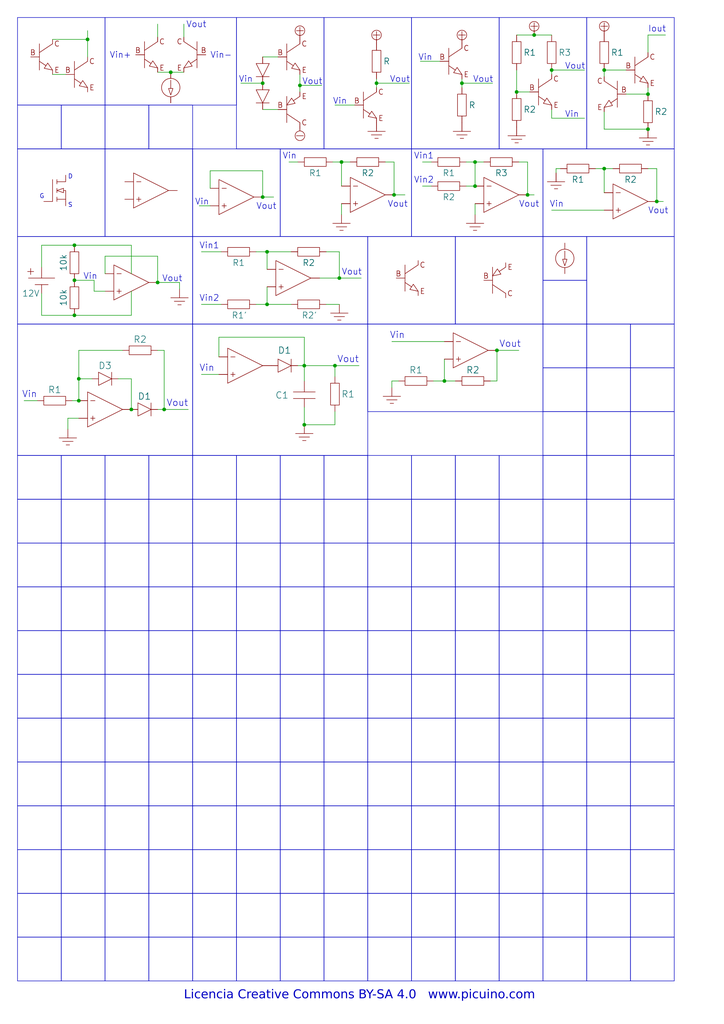
<source format=kicad_sch>
(kicad_sch (version 20230121) (generator eeschema)
  (paper "A4" portrait)
  (title_block (title "Esquemas electrónicos.") (date "12/10/2023") (company "www.picuino.com") (comment 1 "Copyright (c) 2023 by Carlos Pardo Martín") (comment 2 "License Creative Commons BY-SA 4.0"))
  (lib_symbols
    (symbol "Vcc_1" (pin_names (offset 1.016))
      (symbol "Vcc_1_0_1"
        (polyline (pts (xy -1.016 2.54) (xy 1.016 2.54)))
        (polyline (pts (xy 0 3.556) (xy 0 1.524)))
        (circle (center 0 1.27) (radius 0.0001))
        (circle (center 0 2.54) (radius 1.397))
      )
      (symbol "Vcc_1_1_1"
        (pin power_out line (at 0 0 90) (length 1.143) (name "") (number ""))
      )
    )
    (symbol "simbolos-electricos:MOSFET_N" (pin_names (offset 1.016))
      (property "Reference" "Q" (at 6.985 3.81 0))
      (symbol "MOSFET_N_0_1"
        (polyline (pts (xy 2.54 6.35) (xy 2.54 0)))
        (polyline (pts (xy 3.81 0) (xy 3.81 1.27)))
        (polyline (pts (xy 3.81 2.54) (xy 3.81 3.81)))
        (polyline (pts (xy 3.81 5.08) (xy 3.81 6.35)))
        (polyline (pts (xy 5.715 3.175) (xy 6.35 3.175) (xy 6.35 0.635)))
        (polyline (pts (xy 6.35 0) (xy 6.35 0.635) (xy 3.81 0.635)))
        (polyline (pts (xy 6.35 6.35) (xy 6.35 5.715) (xy 3.81 5.715)))
        (polyline (pts (xy 5.715 3.81) (xy 3.81 3.175) (xy 5.715 2.54) (xy 5.715 3.81)))
      )
      (symbol "MOSFET_N_1_1"
        (pin input line (at 0 0 0) (length 2.54) (name "") (number ""))
        (pin input line (at 6.35 -1.27 90) (length 1.27) (name "") (number ""))
        (pin input line (at 6.35 7.62 270) (length 1.27) (name "") (number ""))
      )
    )
    (symbol "simbolos-electricos:OA" (pin_names (offset 1.016))
      (symbol "OA_0_1"
        (polyline (pts (xy 0.889 -2.54) (xy 2.159 -2.54)))
        (polyline (pts (xy 0.889 2.54) (xy 2.159 2.54)))
        (polyline (pts (xy 1.524 3.175) (xy 1.524 1.905)))
        (polyline (pts (xy 0 5.08) (xy 0 -5.08) (xy 10.16 0) (xy 0 5.08)))
      )
      (symbol "OA_1_1"
        (pin input line (at -2.54 -2.54 0) (length 2.54) (name "") (number ""))
        (pin input line (at -2.54 2.54 0) (length 2.54) (name "") (number ""))
        (pin output line (at 12.7 0 180) (length 2.54) (name "") (number ""))
      )
    )
    (symbol "simbolos-electricos:Pila" (pin_names (offset 1.016))
      (property "Reference" "V" (at 5.08 -4.445 0))
      (symbol "Pila_0_1"
        (polyline (pts (xy -4.064 -1.27) (xy -2.286 -1.27)))
        (polyline (pts (xy -3.81 -3.175) (xy 3.81 -3.175)))
        (polyline (pts (xy -3.175 -0.381) (xy -3.175 -2.159)))
        (polyline (pts (xy -1.905 -5.08) (xy 1.905 -5.08)))
      )
      (symbol "Pila_1_1"
        (pin input line (at 0 -7.62 90) (length 2.54) (name "") (number ""))
        (pin input line (at 0 0 270) (length 3.175) (name "") (number ""))
      )
    )
    (symbol "simbolos-electricos:Vee" (pin_names (offset 1.016))
      (symbol "Vee_0_1"
        (circle (center 0 -2.54) (radius 1.397))
        (polyline (pts (xy 1.016 -2.54) (xy -1.016 -2.54)))
      )
      (symbol "Vee_1_1"
        (pin power_out line (at 0 0 270) (length 1.143) (name "") (number ""))
      )
    )
    (symbol "simbolos-electricos:condensador" (pin_names (offset 1.016))
      (property "Reference" "C" (at 3.81 -4.445 0))
      (symbol "condensador_0_1"
        (polyline (pts (xy -3.175 -3.175) (xy 3.175 -3.175)))
        (polyline (pts (xy 3.175 -5.08) (xy -3.175 -5.08)))
      )
      (symbol "condensador_1_1"
        (pin input line (at 0 -7.62 90) (length 2.54) (name "") (number ""))
        (pin input line (at 0 0 270) (length 3.175) (name "") (number ""))
      )
    )
    (symbol "simbolos-electricos:diodo" (pin_names (offset 1.016))
      (property "Reference" "D" (at 2.54 -3.81 0))
      (symbol "diodo_0_1"
        (polyline (pts (xy 1.905 -5.715) (xy -1.905 -5.715)))
        (polyline (pts (xy 1.905 -1.905) (xy -1.905 -1.905) (xy 0 -5.715) (xy 1.905 -1.905)))
      )
      (symbol "diodo_1_1"
        (pin input line (at 0 -7.62 90) (length 1.905) (name "") (number ""))
        (pin input line (at 0 0 270) (length 1.905) (name "") (number ""))
      )
    )
    (symbol "simbolos-electricos:fuente_de_corriente" (pin_names (offset 1.016))
      (symbol "fuente_de_corriente_0_1"
        (circle (center 0 -4.445) (radius 2.667))
        (polyline (pts (xy 0 -6.604) (xy 0 -4.191) (xy -0.635 -4.191) (xy 0 -2.286) (xy 0.635 -4.191) (xy 0 -4.191)))
      )
      (symbol "fuente_de_corriente_1_1"
        (pin input line (at 0 -8.89 90) (length 1.778) (name "") (number ""))
        (pin input line (at 0 0 270) (length 1.778) (name "") (number ""))
      )
    )
    (symbol "simbolos-electricos:resistencia" (pin_names (offset 1.016))
      (property "Reference" "R" (at 1.905 -5.08 0))
      (symbol "resistencia_0_1"
        (rectangle (start -1.27 -1.905) (end 1.27 -8.255))
      )
      (symbol "resistencia_1_1"
        (pin input line (at 0 -10.16 90) (length 1.905) (name "") (number ""))
        (pin input line (at 0 0 270) (length 1.905) (name "") (number ""))
      )
    )
    (symbol "simbolos-electricos:tierra" (pin_names (offset 1.016))
      (symbol "tierra_0_1"
        (polyline (pts (xy -2.54 -2.54) (xy 2.54 -2.54)))
        (polyline (pts (xy -1.524 -3.556) (xy 1.524 -3.556)))
        (polyline (pts (xy 0.508 -4.572) (xy -0.508 -4.572)))
      )
      (symbol "tierra_1_1"
        (pin input line (at 0 0 270) (length 2.54) (name "") (number ""))
      )
    )
    (symbol "simbolos-electronicos:NPN" (pin_names (offset 1.016))
      (property "Reference" "Q" (at 6.985 -5.08 0))
      (symbol "NPN_0_0"
        (polyline (pts (xy 4.445 -7.62) (xy 2.54 -6.35)))
        (text "C" (at 7.62 -1.27 0) (effects (font (size 1.524 1.524))))
        (text "E" (at 7.62 -8.89 0) (effects (font (size 1.524 1.524))))
      )
      (symbol "NPN_0_1"
        (polyline (pts (xy 2.54 -3.81) (xy 6.35 -1.27)))
        (polyline (pts (xy 2.54 -1.27) (xy 2.54 -8.89)))
        (polyline (pts (xy 4.953 -6.858) (xy 3.937 -8.382) (xy 6.35 -8.89) (xy 4.953 -6.858)))
      )
      (symbol "NPN_1_0"
        (text "B" (at 0.635 -3.81 0) (effects (font (size 1.524 1.524))))
      )
      (symbol "NPN_1_1"
        (pin input line (at 0 -5.08 0) (length 2.54) (name "") (number ""))
        (pin input line (at 6.35 -10.16 90) (length 1.27) (name "") (number ""))
        (pin input line (at 6.35 0 270) (length 1.27) (name "") (number ""))
      )
    )
    (symbol "simbolos-electronicos:PNP" (pin_names (offset 1.016))
      (property "Reference" "Q" (at 6.985 -5.08 0))
      (symbol "PNP_0_0"
        (polyline (pts (xy 4.445 -2.54) (xy 6.35 -1.27)))
        (text "B" (at 0.635 -3.81 0) (effects (font (size 1.524 1.524))))
        (text "C" (at 7.62 -8.89 0) (effects (font (size 1.524 1.524))))
        (text "E" (at 7.62 -1.27 0) (effects (font (size 1.524 1.524))))
      )
      (symbol "PNP_0_1"
        (polyline (pts (xy 2.54 -1.27) (xy 2.54 -8.89)))
        (polyline (pts (xy 6.35 -8.89) (xy 2.54 -6.35)))
        (polyline (pts (xy 4.953 -3.302) (xy 3.937 -1.778) (xy 2.54 -3.81) (xy 4.953 -3.302)))
      )
      (symbol "PNP_1_1"
        (pin input line (at 0 -5.08 0) (length 2.54) (name "") (number ""))
        (pin input line (at 6.35 -10.16 90) (length 1.27) (name "") (number ""))
        (pin input line (at 6.35 0 270) (length 1.27) (name "") (number ""))
      )
    )
  )
  (junction (at 187.96 27.305))
  (junction (at 98.425 80.645))
  (junction (at 22.86 116.205))
  (junction (at 21.59 71.12))
  (junction (at 153.035 56.515))
  (junction (at 187.96 37.465))
  (junction (at 88.265 123.19))
  (junction (at 86.995 24.765))
  (junction (at 144.145 101.6))
  (junction (at 149.86 26.67))
  (junction (at 160.02 20.32))
  (junction (at 45.72 81.915))
  (junction (at 77.47 73.025))
  (junction (at 25.4 11.43))
  (junction (at 133.985 24.13))
  (junction (at 88.265 106.045))
  (junction (at 114.3 56.515))
  (junction (at 137.795 53.975))
  (junction (at 77.47 88.265))
  (junction (at 99.06 46.99))
  (junction (at 21.59 91.44))
  (junction (at 38.1 118.745))
  (junction (at 175.26 20.32))
  (junction (at 109.22 24.13))
  (junction (at 76.2 57.15))
  (junction (at 154.94 10.16))
  (junction (at 97.155 106.045))
  (junction (at 49.53 20.955))
  (junction (at 175.26 48.895))
  (junction (at 47.625 118.745))
  (junction (at 128.905 110.49))
  (junction (at 22.86 109.855))
  (junction (at 190.5 58.42))
  (junction (at 21.59 81.28))
  (junction (at 137.795 46.99))
  (junction (at 76.2 24.13))
  (wire (pts (xy 99.06 46.99) (xy 101.6 46.99)))
  (wire (pts (xy 137.795 46.99) (xy 140.335 46.99)))
  (wire (pts (xy 77.47 73.025) (xy 84.455 73.025)))
  (wire (pts (xy 45.72 118.745) (xy 47.625 118.745)))
  (wire (pts (xy 77.47 88.265) (xy 84.455 88.265)))
  (wire (pts (xy 45.72 101.6) (xy 47.625 101.6)))
  (wire (pts (xy 86.995 24.765) (xy 93.345 24.765)))
  (wire (pts (xy 25.4 11.43) (xy 15.24 11.43)))
  (wire (pts (xy 149.86 26.67) (xy 153.67 26.67)))
  (wire (pts (xy 98.425 80.645) (xy 104.775 80.645)))
  (wire (pts (xy 38.1 118.745) (xy 38.1 109.855)))
  (wire (pts (xy 144.145 110.49) (xy 144.145 101.6)))
  (wire (pts (xy 47.625 101.6) (xy 47.625 118.745)))
  (wire (pts (xy 76.2 57.15) (xy 79.375 57.15)))
  (wire (pts (xy 38.1 84.455) (xy 38.1 91.44)))
  (wire (pts (xy 109.22 22.86) (xy 109.22 24.13)))
  (wire (pts (xy 149.86 10.16) (xy 154.94 10.16)))
  (wire (pts (xy 160.02 34.29) (xy 169.545 34.29)))
  (wire (pts (xy 161.29 48.895) (xy 162.56 48.895)))
  (wire (pts (xy 12.065 77.47) (xy 12.065 71.12)))
  (wire (pts (xy 135.255 46.99) (xy 137.795 46.99)))
  (wire (pts (xy 149.86 20.32) (xy 149.86 26.67)))
  (wire (pts (xy 109.22 24.13) (xy 109.22 25.4)))
  (wire (pts (xy 109.22 24.13) (xy 118.745 24.13)))
  (wire (pts (xy 111.76 46.99) (xy 114.3 46.99)))
  (wire (pts (xy 38.1 109.855) (xy 34.29 109.855)))
  (wire (pts (xy 153.035 46.99) (xy 153.035 56.515)))
  (wire (pts (xy 88.265 118.11) (xy 88.265 123.19)))
  (wire (pts (xy 97.155 119.38) (xy 97.155 123.19)))
  (wire (pts (xy 160.02 20.32) (xy 160.02 21.59)))
  (wire (pts (xy 113.665 112.395) (xy 113.665 110.49)))
  (wire (pts (xy 45.72 81.915) (xy 45.72 74.295)))
  (wire (pts (xy 77.47 78.105) (xy 77.47 73.025)))
  (wire (pts (xy 128.905 110.49) (xy 128.905 104.14)))
  (wire (pts (xy 38.1 71.12) (xy 21.59 71.12)))
  (wire (pts (xy 22.86 121.285) (xy 19.685 121.285)))
  (wire (pts (xy 125.73 110.49) (xy 128.905 110.49)))
  (wire (pts (xy 133.985 22.86) (xy 133.985 24.13)))
  (wire (pts (xy 144.145 101.6) (xy 150.495 101.6)))
  (wire (pts (xy 175.26 37.465) (xy 187.96 37.465)))
  (wire (pts (xy 99.06 46.99) (xy 99.06 53.975)))
  (wire (pts (xy 45.72 74.295) (xy 30.48 74.295)))
  (wire (pts (xy 21.59 81.28) (xy 27.305 81.28)))
  (wire (pts (xy 137.795 59.055) (xy 137.795 62.23)))
  (wire (pts (xy 142.24 110.49) (xy 144.145 110.49)))
  (wire (pts (xy 60.96 49.53) (xy 60.96 54.61)))
  (wire (pts (xy 94.615 88.265) (xy 98.425 88.265)))
  (wire (pts (xy 27.305 81.28) (xy 27.305 84.455)))
  (wire (pts (xy 113.665 99.06) (xy 128.905 99.06)))
  (wire (pts (xy 97.155 30.48) (xy 102.87 30.48)))
  (wire (pts (xy 22.86 101.6) (xy 35.56 101.6)))
  (wire (pts (xy 190.5 48.895) (xy 190.5 58.42)))
  (wire (pts (xy 58.42 73.025) (xy 64.135 73.025)))
  (wire (pts (xy 30.48 74.295) (xy 30.48 79.375)))
  (wire (pts (xy 22.86 109.855) (xy 26.67 109.855)))
  (wire (pts (xy 77.47 73.025) (xy 74.295 73.025)))
  (wire (pts (xy 38.1 79.375) (xy 38.1 71.12)))
  (wire (pts (xy 53.34 6.985) (xy 53.34 10.795)))
  (wire (pts (xy 88.265 106.045) (xy 88.265 110.49)))
  (wire (pts (xy 175.26 20.32) (xy 175.26 22.225)))
  (wire (pts (xy 154.94 10.16) (xy 160.02 10.16)))
  (wire (pts (xy 45.72 81.915) (xy 52.07 81.915)))
  (wire (pts (xy 187.96 48.895) (xy 190.5 48.895)))
  (wire (pts (xy 49.53 20.955) (xy 45.72 20.955)))
  (wire (pts (xy 25.4 16.51) (xy 25.4 11.43)))
  (wire (pts (xy 6.985 116.205) (xy 10.795 116.205)))
  (wire (pts (xy 122.555 53.975) (xy 125.095 53.975)))
  (wire (pts (xy 52.07 81.915) (xy 52.07 83.82)))
  (wire (pts (xy 12.065 71.12) (xy 21.59 71.12)))
  (wire (pts (xy 88.265 106.045) (xy 88.265 97.79)))
  (wire (pts (xy 121.92 17.78) (xy 127.635 17.78)))
  (wire (pts (xy 160.02 20.32) (xy 169.545 20.32)))
  (wire (pts (xy 69.85 24.13) (xy 76.2 24.13)))
  (wire (pts (xy 12.065 91.44) (xy 21.59 91.44)))
  (wire (pts (xy 175.26 48.895) (xy 175.26 55.88)))
  (wire (pts (xy 172.72 48.895) (xy 175.26 48.895)))
  (wire (pts (xy 114.3 56.515) (xy 117.475 56.515)))
  (wire (pts (xy 86.36 106.045) (xy 88.265 106.045)))
  (wire (pts (xy 20.955 116.205) (xy 22.86 116.205)))
  (wire (pts (xy 161.29 48.895) (xy 161.29 50.165)))
  (wire (pts (xy 135.255 53.975) (xy 137.795 53.975)))
  (wire (pts (xy 97.155 123.19) (xy 88.265 123.19)))
  (wire (pts (xy 15.24 21.59) (xy 19.05 21.59)))
  (wire (pts (xy 77.47 88.265) (xy 77.47 83.185)))
  (wire (pts (xy 53.34 20.955) (xy 49.53 20.955)))
  (wire (pts (xy 58.42 88.265) (xy 64.135 88.265)))
  (wire (pts (xy 137.795 46.99) (xy 137.795 53.975)))
  (wire (pts (xy 94.615 73.025) (xy 98.425 73.025)))
  (wire (pts (xy 76.2 57.15) (xy 76.2 49.53)))
  (wire (pts (xy 113.665 110.49) (xy 115.57 110.49)))
  (wire (pts (xy 175.26 32.385) (xy 175.26 37.465)))
  (wire (pts (xy 88.265 97.79) (xy 63.5 97.79)))
  (wire (pts (xy 132.08 110.49) (xy 128.905 110.49)))
  (wire (pts (xy 58.42 108.585) (xy 63.5 108.585)))
  (wire (pts (xy 57.785 59.69) (xy 60.96 59.69)))
  (wire (pts (xy 98.425 80.645) (xy 98.425 73.025)))
  (wire (pts (xy 153.035 56.515) (xy 154.94 56.515)))
  (wire (pts (xy 97.155 106.045) (xy 104.14 106.045)))
  (wire (pts (xy 83.82 46.99) (xy 86.36 46.99)))
  (wire (pts (xy 160.02 31.75) (xy 160.02 34.29)))
  (wire (pts (xy 19.685 121.285) (xy 19.685 124.46)))
  (wire (pts (xy 27.305 84.455) (xy 30.48 84.455)))
  (wire (pts (xy 76.2 49.53) (xy 60.96 49.53)))
  (wire (pts (xy 76.2 16.51) (xy 80.645 16.51)))
  (wire (pts (xy 76.2 31.75) (xy 80.645 31.75)))
  (wire (pts (xy 175.26 20.32) (xy 181.61 20.32)))
  (wire (pts (xy 187.96 25.4) (xy 187.96 27.305)))
  (wire (pts (xy 150.495 46.99) (xy 153.035 46.99)))
  (wire (pts (xy 133.985 24.13) (xy 142.875 24.13)))
  (wire (pts (xy 187.96 15.24) (xy 187.96 10.16)))
  (wire (pts (xy 74.295 88.265) (xy 77.47 88.265)))
  (wire (pts (xy 47.625 118.745) (xy 54.61 118.745)))
  (wire (pts (xy 63.5 97.79) (xy 63.5 103.505)))
  (wire (pts (xy 12.065 85.09) (xy 12.065 91.44)))
  (wire (pts (xy 86.995 21.59) (xy 86.995 24.765)))
  (wire (pts (xy 45.72 6.985) (xy 45.72 10.795)))
  (wire (pts (xy 99.06 59.055) (xy 99.06 62.23)))
  (wire (pts (xy 190.5 58.42) (xy 192.405 58.42)))
  (wire (pts (xy 122.555 46.99) (xy 125.095 46.99)))
  (wire (pts (xy 160.02 60.96) (xy 175.26 60.96)))
  (wire (pts (xy 92.71 80.645) (xy 98.425 80.645)))
  (wire (pts (xy 25.4 8.89) (xy 25.4 11.43)))
  (wire (pts (xy 97.155 106.045) (xy 97.155 109.22)))
  (wire (pts (xy 175.26 48.895) (xy 177.8 48.895)))
  (wire (pts (xy 88.265 106.045) (xy 97.155 106.045)))
  (wire (pts (xy 86.995 24.765) (xy 86.995 26.67)))
  (wire (pts (xy 187.96 10.16) (xy 193.04 10.16)))
  (wire (pts (xy 22.86 109.855) (xy 22.86 116.205)))
  (wire (pts (xy 96.52 46.99) (xy 99.06 46.99)))
  (wire (pts (xy 114.3 46.99) (xy 114.3 56.515)))
  (wire (pts (xy 181.61 27.305) (xy 187.96 27.305)))
  (wire (pts (xy 21.59 91.44) (xy 38.1 91.44)))
  (wire (pts (xy 133.985 24.13) (xy 133.985 25.4)))
  (wire (pts (xy 22.86 109.855) (xy 22.86 101.6)))
  (rectangle (start 157.48 106.68) (end 170.18 119.38))
  (rectangle (start 144.78 5.08) (end 170.18 43.18))
  (rectangle (start 5.08 132.08) (end 17.78 144.78))
  (rectangle (start 170.18 233.68) (end 182.88 246.38))
  (rectangle (start 132.08 170.18) (end 144.78 182.88))
  (rectangle (start 81.28 170.18) (end 93.98 182.88))
  (rectangle (start 68.58 5.08) (end 93.98 43.18))
  (rectangle (start 182.88 144.78) (end 195.58 157.48))
  (rectangle (start 68.58 182.88) (end 81.28 195.58))
  (rectangle (start 182.88 182.88) (end 195.58 195.58))
  (rectangle (start 144.78 233.68) (end 157.48 246.38))
  (rectangle (start 43.18 132.08) (end 55.88 144.78))
  (rectangle (start 170.18 106.68) (end 182.88 119.38))
  (rectangle (start 55.88 68.58) (end 106.68 93.98))
  (rectangle (start 157.48 195.58) (end 170.18 208.28))
  (rectangle (start 170.18 132.08) (end 182.88 144.78))
  (rectangle (start 43.18 170.18) (end 55.88 182.88))
  (rectangle (start 55.88 182.88) (end 68.58 195.58))
  (rectangle (start 119.38 271.78) (end 132.08 284.48))
  (rectangle (start 119.38 43.18) (end 157.48 68.58))
  (rectangle (start 119.38 157.48) (end 132.08 170.18))
  (rectangle (start 106.68 259.08) (end 119.38 271.78))
  (rectangle (start 81.28 182.88) (end 93.98 195.58))
  (rectangle (start 157.48 182.88) (end 170.18 195.58))
  (rectangle (start 5.08 93.98) (end 55.88 132.08))
  (rectangle (start 43.18 259.08) (end 55.88 271.78))
  (rectangle (start 106.68 233.68) (end 119.38 246.38))
  (rectangle (start 132.08 182.88) (end 144.78 195.58))
  (rectangle (start 93.98 144.78) (end 106.68 157.48))
  (rectangle (start 68.58 233.68) (end 81.28 246.38))
  (rectangle (start 68.58 246.38) (end 81.28 259.08))
  (rectangle (start 132.08 68.58) (end 157.48 93.98))
  (rectangle (start 157.48 68.58) (end 170.18 81.28))
  (rectangle (start 132.08 195.58) (end 144.78 208.28))
  (rectangle (start 157.48 208.28) (end 170.18 220.98))
  (rectangle (start 68.58 157.48) (end 81.28 170.18))
  (rectangle (start 106.68 157.48) (end 119.38 170.18))
  (rectangle (start 182.88 170.18) (end 195.58 182.88))
  (rectangle (start 68.58 259.08) (end 81.28 271.78))
  (rectangle (start 81.28 246.38) (end 93.98 259.08))
  (rectangle (start 157.48 220.98) (end 170.18 233.68))
  (rectangle (start 68.58 271.78) (end 81.28 284.48))
  (rectangle (start 106.68 132.08) (end 119.38 144.78))
  (rectangle (start 55.88 132.08) (end 68.58 144.78))
  (rectangle (start 119.38 233.68) (end 132.08 246.38))
  (rectangle (start 30.48 132.08) (end 43.18 144.78))
  (rectangle (start 132.08 233.68) (end 144.78 246.38))
  (rectangle (start 170.18 157.48) (end 182.88 170.18))
  (rectangle (start 55.88 170.18) (end 68.58 182.88))
  (rectangle (start 81.28 132.08) (end 93.98 144.78))
  (rectangle (start 119.38 5.08) (end 144.78 43.18))
  (rectangle (start 157.48 93.98) (end 170.18 106.68))
  (rectangle (start 81.28 220.98) (end 93.98 233.68))
  (rectangle (start 132.08 144.78) (end 144.78 157.48))
  (rectangle (start 144.78 246.38) (end 157.48 259.08))
  (rectangle (start 106.68 93.98) (end 157.48 119.38))
  (rectangle (start 81.28 144.78) (end 93.98 157.48))
  (rectangle (start 5.08 233.68) (end 17.78 246.38))
  (rectangle (start 132.08 220.98) (end 144.78 233.68))
  (rectangle (start 170.18 259.08) (end 182.88 271.78))
  (rectangle (start 144.78 182.88) (end 157.48 195.58))
  (rectangle (start 144.78 170.18) (end 157.48 182.88))
  (rectangle (start 5.08 182.88) (end 17.78 195.58))
  (rectangle (start 55.88 271.78) (end 68.58 284.48))
  (rectangle (start 170.18 144.78) (end 182.88 157.48))
  (rectangle (start 5.08 259.08) (end 17.78 271.78))
  (rectangle (start 68.58 220.98) (end 81.28 233.68))
  (rectangle (start 30.48 144.78) (end 43.18 157.48))
  (rectangle (start 5.08 144.78) (end 17.78 157.48))
  (rectangle (start 5.08 157.48) (end 17.78 170.18))
  (rectangle (start 43.18 233.68) (end 55.88 246.38))
  (rectangle (start 157.48 119.38) (end 170.18 132.08))
  (rectangle (start 93.98 233.68) (end 106.68 246.38))
  (rectangle (start 81.28 259.08) (end 93.98 271.78))
  (rectangle (start 157.48 170.18) (end 170.18 182.88))
  (rectangle (start 68.58 132.08) (end 81.28 144.78))
  (rectangle (start 144.78 208.28) (end 157.48 220.98))
  (rectangle (start 119.38 208.28) (end 132.08 220.98))
  (rectangle (start 182.88 233.68) (end 195.58 246.38))
  (rectangle (start 68.58 144.78) (end 81.28 157.48))
  (rectangle (start 144.78 259.08) (end 157.48 271.78))
  (rectangle (start 81.28 208.28) (end 93.98 220.98))
  (rectangle (start 132.08 208.28) (end 144.78 220.98))
  (rectangle (start 132.08 271.78) (end 144.78 284.48))
  (rectangle (start 30.48 5.08) (end 68.58 30.48))
  (rectangle (start 182.88 246.38) (end 195.58 259.08))
  (rectangle (start 17.78 144.78) (end 30.48 157.48))
  (rectangle (start 55.88 220.98) (end 68.58 233.68))
  (rectangle (start 170.18 246.38) (end 182.88 259.08))
  (rectangle (start 106.68 144.78) (end 119.38 157.48))
  (rectangle (start 157.48 157.48) (end 170.18 170.18))
  (rectangle (start 132.08 259.08) (end 144.78 271.78))
  (rectangle (start 5.08 30.48) (end 17.78 43.18))
  (rectangle (start 30.48 170.18) (end 43.18 182.88))
  (rectangle (start 5.08 271.78) (end 17.78 284.48))
  (rectangle (start 93.98 259.08) (end 106.68 271.78))
  (rectangle (start 30.48 220.98) (end 43.18 233.68))
  (rectangle (start 55.88 157.48) (end 68.58 170.18))
  (rectangle (start 119.38 182.88) (end 132.08 195.58))
  (rectangle (start 55.88 93.98) (end 106.68 132.08))
  (rectangle (start 170.18 182.88) (end 182.88 195.58))
  (rectangle (start 17.78 208.28) (end 30.48 220.98))
  (rectangle (start 170.18 119.38) (end 182.88 132.08))
  (rectangle (start 30.48 43.18) (end 55.88 68.58))
  (rectangle (start 81.28 43.18) (end 119.38 68.58))
  (rectangle (start 17.78 246.38) (end 30.48 259.08))
  (rectangle (start 55.88 259.08) (end 68.58 271.78))
  (rectangle (start 106.68 271.78) (end 119.38 284.48))
  (rectangle (start 132.08 246.38) (end 144.78 259.08))
  (rectangle (start 43.18 182.88) (end 55.88 195.58))
  (rectangle (start 157.48 43.18) (end 195.58 68.58))
  (rectangle (start 144.78 144.78) (end 157.48 157.48))
  (rectangle (start 119.38 259.08) (end 132.08 271.78))
  (rectangle (start 144.78 132.08) (end 157.48 144.78))
  (rectangle (start 106.68 220.98) (end 119.38 233.68))
  (rectangle (start 30.48 195.58) (end 43.18 208.28))
  (rectangle (start 68.58 170.18) (end 81.28 182.88))
  (rectangle (start 170.18 170.18) (end 182.88 182.88))
  (rectangle (start 5.08 5.08) (end 30.48 30.48))
  (rectangle (start 43.18 195.58) (end 55.88 208.28))
  (rectangle (start 55.88 43.18) (end 81.28 68.58))
  (rectangle (start 17.78 233.68) (end 30.48 246.38))
  (rectangle (start 30.48 246.38) (end 43.18 259.08))
  (rectangle (start 5.08 220.98) (end 17.78 233.68))
  (rectangle (start 182.88 119.38) (end 195.58 132.08))
  (rectangle (start 43.18 144.78) (end 55.88 157.48))
  (rectangle (start 43.18 208.28) (end 55.88 220.98))
  (rectangle (start 93.98 182.88) (end 106.68 195.58))
  (rectangle (start 170.18 271.78) (end 182.88 284.48))
  (rectangle (start 5.08 68.58) (end 55.88 93.98))
  (rectangle (start 119.38 170.18) (end 132.08 182.88))
  (rectangle (start 17.78 271.78) (end 30.48 284.48))
  (rectangle (start 157.48 259.08) (end 170.18 271.78))
  (rectangle (start 93.98 132.08) (end 106.68 144.78))
  (rectangle (start 157.48 81.28) (end 170.18 93.98))
  (rectangle (start 17.78 170.18) (end 30.48 182.88))
  (rectangle (start 81.28 233.68) (end 93.98 246.38))
  (rectangle (start 93.98 170.18) (end 106.68 182.88))
  (rectangle (start 106.68 170.18) (end 119.38 182.88))
  (rectangle (start 157.48 233.68) (end 170.18 246.38))
  (rectangle (start 93.98 246.38) (end 106.68 259.08))
  (rectangle (start 17.78 259.08) (end 30.48 271.78))
  (rectangle (start 157.48 246.38) (end 170.18 259.08))
  (rectangle (start 170.18 93.98) (end 182.88 106.68))
  (rectangle (start 182.88 259.08) (end 195.58 271.78))
  (rectangle (start 81.28 157.48) (end 93.98 170.18))
  (rectangle (start 182.88 208.28) (end 195.58 220.98))
  (rectangle (start 182.88 220.98) (end 195.58 233.68))
  (rectangle (start 43.18 271.78) (end 55.88 284.48))
  (rectangle (start 5.08 246.38) (end 17.78 259.08))
  (rectangle (start 132.08 157.48) (end 144.78 170.18))
  (rectangle (start 106.68 195.58) (end 119.38 208.28))
  (rectangle (start 119.38 220.98) (end 132.08 233.68))
  (rectangle (start 144.78 195.58) (end 157.48 208.28))
  (rectangle (start 144.78 157.48) (end 157.48 170.18))
  (rectangle (start 132.08 132.08) (end 144.78 144.78))
  (rectangle (start 170.18 195.58) (end 182.88 208.28))
  (rectangle (start 170.18 5.08) (end 195.58 43.18))
  (rectangle (start 119.38 132.08) (end 132.08 144.78))
  (rectangle (start 30.48 233.68) (end 43.18 246.38))
  (rectangle (start 93.98 195.58) (end 106.68 208.28))
  (rectangle (start 5.08 43.18) (end 30.48 68.58))
  (rectangle (start 81.28 195.58) (end 93.98 208.28))
  (rectangle (start 170.18 220.98) (end 182.88 233.68))
  (rectangle (start 17.78 30.48) (end 30.48 43.18))
  (rectangle (start 43.18 220.98) (end 55.88 233.68))
  (rectangle (start 144.78 220.98) (end 157.48 233.68))
  (rectangle (start 81.28 271.78) (end 93.98 284.48))
  (rectangle (start 93.98 157.48) (end 106.68 170.18))
  (rectangle (start 93.98 208.28) (end 106.68 220.98))
  (rectangle (start 5.08 208.28) (end 17.78 220.98))
  (rectangle (start 119.38 195.58) (end 132.08 208.28))
  (rectangle (start 93.98 271.78) (end 106.68 284.48))
  (rectangle (start 30.48 259.08) (end 43.18 271.78))
  (rectangle (start 55.88 195.58) (end 68.58 208.28))
  (rectangle (start 30.48 271.78) (end 43.18 284.48))
  (rectangle (start 182.88 271.78) (end 195.58 284.48))
  (rectangle (start 17.78 182.88) (end 30.48 195.58))
  (rectangle (start 30.48 157.48) (end 43.18 170.18))
  (rectangle (start 170.18 68.58) (end 195.58 93.98))
  (rectangle (start 182.88 132.08) (end 195.58 144.78))
  (rectangle (start 119.38 144.78) (end 132.08 157.48))
  (rectangle (start 55.88 233.68) (end 68.58 246.38))
  (rectangle (start 157.48 144.78) (end 170.18 157.48))
  (rectangle (start 30.48 182.88) (end 43.18 195.58))
  (rectangle (start 5.08 170.18) (end 17.78 182.88))
  (rectangle (start 68.58 195.58) (end 81.28 208.28))
  (rectangle (start 17.78 132.08) (end 30.48 144.78))
  (rectangle (start 157.48 271.78) (end 170.18 284.48))
  (rectangle (start 43.18 30.48) (end 55.88 43.18))
  (rectangle (start 43.18 246.38) (end 55.88 259.08))
  (rectangle (start 43.18 157.48) (end 55.88 170.18))
  (rectangle (start 182.88 93.98) (end 195.58 106.68))
  (rectangle (start 30.48 208.28) (end 43.18 220.98))
  (rectangle (start 55.88 144.78) (end 68.58 157.48))
  (rectangle (start 106.68 182.88) (end 119.38 195.58))
  (rectangle (start 106.68 208.28) (end 119.38 220.98))
  (rectangle (start 182.88 106.68) (end 195.58 119.38))
  (rectangle (start 106.68 246.38) (end 119.38 259.08))
  (rectangle (start 157.48 132.08) (end 170.18 144.78))
  (rectangle (start 30.48 30.48) (end 43.18 43.18))
  (rectangle (start 17.78 195.58) (end 30.48 208.28))
  (rectangle (start 106.68 68.58) (end 132.08 93.98))
  (rectangle (start 55.88 246.38) (end 68.58 259.08))
  (rectangle (start 182.88 195.58) (end 195.58 208.28))
  (rectangle (start 17.78 157.48) (end 30.48 170.18))
  (rectangle (start 182.88 157.48) (end 195.58 170.18))
  (rectangle (start 93.98 220.98) (end 106.68 233.68))
  (rectangle (start 17.78 220.98) (end 30.48 233.68))
  (rectangle (start 68.58 208.28) (end 81.28 220.98))
  (rectangle (start 119.38 246.38) (end 132.08 259.08))
  (rectangle (start 5.08 195.58) (end 17.78 208.28))
  (rectangle (start 55.88 208.28) (end 68.58 220.98))
  (rectangle (start 144.78 271.78) (end 157.48 284.48))
  (rectangle (start 93.98 5.08) (end 119.38 43.18))
  (rectangle (start 170.18 208.28) (end 182.88 220.98))
  (text "Vin" (at 81.915 46.355 0) (effects (font (size 1.778 1.778)) (justify left bottom)))
  (text "Licencia Creative Commons BY-SA 4.0   www.picuino.com" (at 53.34 290.83 0) (effects (font (size 2.54 2.54)) (justify left bottom)))
  (text "Vin+" (at 31.75 17.145 0) (effects (font (size 1.778 1.778)) (justify left bottom)))
  (text "Vin" (at 6.35 115.57 0) (effects (font (size 1.905 1.905)) (justify left bottom)))
  (text "Vin" (at 56.515 59.69 0) (effects (font (size 1.778 1.778)) (justify left bottom)))
  (text "Vin2" (at 57.785 87.63 0) (effects (font (size 1.778 1.778)) (justify left bottom)))
  (text "Vin" (at 57.785 107.95 0) (effects (font (size 1.905 1.905)) (justify left bottom)))
  (text "Vout" (at 74.295 60.96 0) (effects (font (size 1.778 1.778)) (justify left bottom)))
  (text "Vin1" (at 120.015 46.355 0) (effects (font (size 1.778 1.778)) (justify left bottom)))
  (text "Vout" (at 144.78 100.965 0) (effects (font (size 1.905 1.905)) (justify left bottom)))
  (text "Iout" (at 187.96 9.525 0) (effects (font (size 1.778 1.778)) (justify left bottom)))
  (text "Vout" (at 97.79 105.41 0) (effects (font (size 1.905 1.905)) (justify left bottom)))
  (text "Vout" (at 112.395 60.325 0) (effects (font (size 1.778 1.778)) (justify left bottom)))
  (text "Vin" (at 96.52 30.48 0) (effects (font (size 1.778 1.778)) (justify left bottom)))
  (text "Vout" (at 150.495 60.325 0) (effects (font (size 1.778 1.778)) (justify left bottom)))
  (text "Vout" (at 53.975 8.255 0) (effects (font (size 1.778 1.778)) (justify left bottom)))
  (text "Vin" (at 69.215 24.13 0) (effects (font (size 1.778 1.778)) (justify left bottom)))
  (text "Vout" (at 137.16 24.13 0) (effects (font (size 1.778 1.778)) (justify left bottom)))
  (text "Vin" (at 24.13 81.28 0) (effects (font (size 1.778 1.778)) (justify left bottom)))
  (text "Vout" (at 187.96 62.23 0) (effects (font (size 1.778 1.778)) (justify left bottom)))
  (text "Vout" (at 99.06 80.01 0) (effects (font (size 1.778 1.778)) (justify left bottom)))
  (text "Vin" (at 163.83 34.29 0) (effects (font (size 1.778 1.778)) (justify left bottom)))
  (text "Vin" (at 113.03 98.425 0) (effects (font (size 1.905 1.905)) (justify left bottom)))
  (text "Vin-" (at 60.96 17.145 0) (effects (font (size 1.778 1.778)) (justify left bottom)))
  (text "Vin" (at 159.385 60.325 0) (effects (font (size 1.778 1.778)) (justify left bottom)))
  (text "Vout" (at 87.63 24.765 0) (effects (font (size 1.778 1.778)) (justify left bottom)))
  (text "Vout" (at 163.83 20.32 0) (effects (font (size 1.778 1.778)) (justify left bottom)))
  (text "G" (at 11.43 57.785 0) (effects (font (size 1.27 1.27)) (justify left bottom)))
  (text "Vin2" (at 120.015 53.34 0) (effects (font (size 1.778 1.778)) (justify left bottom)))
  (text "S" (at 19.685 60.325 0) (effects (font (size 1.27 1.27)) (justify left bottom)))
  (text "Vout" (at 48.26 118.11 0) (effects (font (size 1.905 1.905)) (justify left bottom)))
  (text "Vin" (at 121.285 17.78 0) (effects (font (size 1.778 1.778)) (justify left bottom)))
  (text "D" (at 19.685 52.07 0) (effects (font (size 1.27 1.27)) (justify left bottom)))
  (text "Vout" (at 113.03 24.13 0) (effects (font (size 1.778 1.778)) (justify left bottom)))
  (text "Vin1" (at 57.785 72.39 0) (effects (font (size 1.778 1.778)) (justify left bottom)))
  (text "Vout" (at 46.99 81.915 0) (effects (font (size 1.778 1.778)) (justify left bottom)))
  (symbol (lib_id "simbolos-electricos:diodo") (at 38.1 118.745 90) (unit 1)
    (property "Reference" "D1" (at 41.91 114.935 90) (effects (font (size 1.905 1.905))))
    (property "Value" "diodo" (effects hide))
  )
  (symbol (lib_id "simbolos-electricos:resistencia") (at 160.02 10.16 0) (unit 1)
    (property "Reference" "R3" (at 161.925 15.24 0) (effects (font (size 1.778 1.778)) (justify left)))
    (property "Value" "resistencia" (effects hide))
  )
  (symbol (lib_id "simbolos-electricos:resistencia") (at 162.56 48.895 90) (unit 1)
    (property "Reference" "R1" (at 169.545 52.07 90) (effects (font (size 1.778 1.778)) (justify left)))
    (property "Value" "resistencia" (effects hide))
  )
  (symbol (lib_id "simbolos-electronicos:NPN") (at 153.67 21.59 0) (unit 1)
    (property "Reference" "Q9" (effects hide))
    (property "Value" "NPN" (effects hide))
    (property "Campo4" "NPN" (effects hide))
  )
  (symbol (lib_id "simbolos-electricos:tierra") (at 149.86 36.83 0) (unit 1)
    (property "Reference" "V4" (effects hide))
    (property "Value" "tierra" (effects hide))
  )
  (symbol (lib_id "simbolos-electronicos:PNP") (at 80.645 26.67 0) (unit 1)
    (property "Reference" "Q6" (effects hide))
    (property "Value" "PNP" (effects hide))
  )
  (symbol (lib_id "simbolos-electricos:OA") (at 25.4 118.745 0) (mirror x) (unit 1)
    (property "Reference" "U8" (effects hide))
    (property "Value" "OA" (effects hide))
  )
  (symbol (lib_id "simbolos-electricos:resistencia") (at 125.73 110.49 270) (unit 1)
    (property "Reference" "R1" (at 120.65 107.315 90) (effects (font (size 1.905 1.905))))
    (property "Value" "resistencia" (effects hide))
  )
  (symbol (lib_id "simbolos-electricos:fuente_de_corriente") (at 163.83 79.375 180) (unit 1)
    (property "Reference" "I2" (effects hide))
    (property "Value" "fuente de corriente" (effects hide))
  )
  (symbol (lib_id "simbolos-electricos:OA") (at 101.6 56.515 0) (mirror x) (unit 1)
    (property "Reference" "U3" (effects hide))
    (property "Value" "OA" (effects hide))
  )
  (symbol (lib_id "simbolos-electricos:fuente_de_corriente") (at 49.53 29.845 180) (unit 1)
    (property "Reference" "I1" (effects hide))
    (property "Value" "fuente de corriente" (effects hide))
  )
  (symbol (lib_id "simbolos-electricos:tierra") (at 109.22 35.56 0) (unit 1)
    (property "Reference" "V1" (effects hide))
    (property "Value" "tierra" (effects hide))
  )
  (symbol (lib_name "Vcc_1") (lib_id "simbolos-electricos:Vcc") (at 86.995 11.43 0) (unit 1)
    (property "Reference" "Vcc" (effects hide))
    (property "Value" "Alimentación" (effects hide))
  )
  (symbol (lib_id "simbolos-electricos:resistencia") (at 64.135 73.025 90) (unit 1)
    (property "Reference" "R1" (at 71.12 76.2 90) (effects (font (size 1.778 1.778)) (justify left)))
    (property "Value" "resistencia" (effects hide))
  )
  (symbol (lib_id "simbolos-electricos:tierra") (at 187.96 37.465 0) (unit 1)
    (property "Reference" "V2" (effects hide))
    (property "Value" "tierra" (effects hide))
  )
  (symbol (lib_id "simbolos-electricos:OA") (at 140.335 56.515 0) (mirror x) (unit 1)
    (property "Reference" "U5" (effects hide))
    (property "Value" "OA" (effects hide))
  )
  (symbol (lib_id "simbolos-electronicos:NPN") (at 59.69 10.795 0) (mirror y) (unit 1)
    (property "Reference" "Q2" (effects hide))
    (property "Value" "NPN" (effects hide))
    (property "Campo4" "NPN" (effects hide))
  )
  (symbol (lib_id "simbolos-electronicos:PNP") (at 140.335 76.2 0) (unit 1)
    (property "Reference" "Q14" (effects hide))
    (property "Value" "PNP" (effects hide))
  )
  (symbol (lib_id "simbolos-electronicos:NPN") (at 181.61 15.24 0) (unit 1)
    (property "Reference" "Q10" (effects hide))
    (property "Value" "NPN" (effects hide))
    (property "Campo4" "NPN" (effects hide))
  )
  (symbol (lib_id "simbolos-electricos:resistencia") (at 10.795 116.205 90) (unit 1)
    (property "Reference" "R1" (at 15.875 113.03 90) (effects (font (size 1.905 1.905))))
    (property "Value" "resistencia" (effects hide))
  )
  (symbol (lib_id "simbolos-electricos:resistencia") (at 140.335 46.99 90) (unit 1)
    (property "Reference" "R3" (at 147.32 50.165 90) (effects (font (size 1.778 1.778)) (justify left)))
    (property "Value" "resistencia" (effects hide))
  )
  (symbol (lib_id "simbolos-electricos:diodo") (at 78.74 106.045 90) (unit 1)
    (property "Reference" "D1" (at 82.55 101.6 90) (effects (font (size 1.905 1.905))))
    (property "Value" "diodo" (effects hide))
  )
  (symbol (lib_id "simbolos-electronicos:NPN") (at 39.37 10.795 0) (unit 1)
    (property "Reference" "Q4" (effects hide))
    (property "Value" "NPN" (effects hide))
    (property "Campo4" "NPN" (effects hide))
  )
  (symbol (lib_id "simbolos-electricos:tierra") (at 113.665 112.395 0) (unit 1)
    (property "Reference" "V13" (effects hide))
    (property "Value" "tierra" (effects hide))
  )
  (symbol (lib_id "simbolos-electricos:resistencia") (at 177.8 48.895 90) (unit 1)
    (property "Reference" "R2" (at 184.785 52.07 90) (effects (font (size 1.778 1.778)) (justify left)))
    (property "Value" "resistencia" (effects hide))
  )
  (symbol (lib_id "simbolos-electricos:resistencia") (at 86.36 46.99 90) (unit 1)
    (property "Reference" "R1" (at 93.345 50.165 90) (effects (font (size 1.778 1.778)) (justify left)))
    (property "Value" "resistencia" (effects hide))
  )
  (symbol (lib_id "simbolos-electricos:resistencia") (at 101.6 46.99 90) (unit 1)
    (property "Reference" "R2" (at 108.585 50.165 90) (effects (font (size 1.778 1.778)) (justify left)))
    (property "Value" "resistencia" (effects hide))
  )
  (symbol (lib_name "Vcc_1") (lib_id "simbolos-electricos:Vcc") (at 154.94 10.16 0) (unit 1)
    (property "Reference" "Vcc3" (effects hide))
    (property "Value" "Alimentación" (effects hide))
  )
  (symbol (lib_id "simbolos-electricos:resistencia") (at 84.455 88.265 90) (unit 1)
    (property "Reference" "R2'" (at 92.075 91.44 90) (effects (font (size 1.778 1.778)) (justify left)))
    (property "Value" "resistencia" (effects hide))
  )
  (symbol (lib_id "simbolos-electricos:tierra") (at 133.985 35.56 0) (unit 1)
    (property "Reference" "V3" (effects hide))
    (property "Value" "tierra" (effects hide))
  )
  (symbol (lib_id "simbolos-electricos:OA") (at 63.5 57.15 0) (mirror x) (unit 1)
    (property "Reference" "U2" (effects hide))
    (property "Value" "OA" (effects hide))
  )
  (symbol (lib_id "simbolos-electricos:resistencia") (at 175.26 10.16 0) (unit 1)
    (property "Reference" "R1" (at 177.165 15.24 0) (effects (font (size 1.778 1.778)) (justify left)))
    (property "Value" "resistencia" (effects hide))
  )
  (symbol (lib_id "simbolos-electricos:tierra") (at 137.795 62.23 0) (unit 1)
    (property "Reference" "V6" (effects hide))
    (property "Value" "tierra" (effects hide))
  )
  (symbol (lib_id "simbolos-electronicos:NPN") (at 102.87 25.4 0) (unit 1)
    (property "Reference" "Q7" (effects hide))
    (property "Value" "NPN" (effects hide))
    (property "Campo4" "NPN" (effects hide))
  )
  (symbol (lib_id "simbolos-electricos:OA") (at 80.01 80.645 0) (mirror x) (unit 1)
    (property "Reference" "U7" (effects hide))
    (property "Value" "OA" (effects hide))
  )
  (symbol (lib_id "simbolos-electricos:resistencia") (at 187.96 27.305 0) (unit 1)
    (property "Reference" "R2" (at 189.865 32.385 0) (effects (font (size 1.778 1.778)) (justify left)))
    (property "Value" "resistencia" (effects hide))
  )
  (symbol (lib_name "Vcc_1") (lib_id "simbolos-electricos:Vcc") (at 175.26 10.16 0) (unit 1)
    (property "Reference" "Vcc4" (effects hide))
    (property "Value" "Alimentación" (effects hide))
  )
  (symbol (lib_id "simbolos-electricos:diodo") (at 76.2 16.51 0) (unit 1)
    (property "Reference" "D1" (effects hide))
    (property "Value" "diodo" (effects hide))
  )
  (symbol (lib_id "simbolos-electricos:OA") (at 66.04 106.045 0) (mirror x) (unit 1)
    (property "Reference" "U9" (effects hide))
    (property "Value" "OA" (effects hide))
  )
  (symbol (lib_id "simbolos-electricos:tierra") (at 52.07 83.82 0) (unit 1)
    (property "Reference" "V9" (effects hide))
    (property "Value" "tierra" (effects hide))
  )
  (symbol (lib_id "simbolos-electricos:resistencia") (at 97.155 119.38 180) (unit 1)
    (property "Reference" "R1" (at 100.965 114.3 0) (effects (font (size 1.905 1.905))))
    (property "Value" "resistencia" (effects hide))
  )
  (symbol (lib_id "simbolos-electricos:MOSFET_N") (at 12.7 58.42 0) (unit 1)
    (property "Reference" "Q11" (effects hide))
    (property "Value" "MOSFET_N" (effects hide))
  )
  (symbol (lib_id "simbolos-electronicos:NPN") (at 19.05 16.51 0) (unit 1)
    (property "Reference" "Q3" (effects hide))
    (property "Value" "NPN" (effects hide))
    (property "Campo4" "NPN" (effects hide))
  )
  (symbol (lib_id "simbolos-electricos:resistencia") (at 149.86 10.16 0) (unit 1)
    (property "Reference" "R1" (at 151.765 15.24 0) (effects (font (size 1.778 1.778)) (justify left)))
    (property "Value" "resistencia" (effects hide))
  )
  (symbol (lib_id "simbolos-electricos:resistencia") (at 64.135 88.265 90) (unit 1)
    (property "Reference" "R1'" (at 71.755 91.44 90) (effects (font (size 1.778 1.778)) (justify left)))
    (property "Value" "resistencia" (effects hide))
  )
  (symbol (lib_id "simbolos-electricos:OA") (at 38.735 55.245 0) (mirror x) (unit 1)
    (property "Reference" "U1" (effects hide))
    (property "Value" "OA" (effects hide))
  )
  (symbol (lib_id "simbolos-electricos:diodo") (at 76.2 24.13 0) (unit 1)
    (property "Reference" "D2" (effects hide))
    (property "Value" "diodo" (effects hide))
  )
  (symbol (lib_id "simbolos-electricos:Vee") (at 86.995 36.83 0) (unit 1)
    (property "Reference" "Vee1" (effects hide))
    (property "Value" "Alimentación" (effects hide))
  )
  (symbol (lib_id "simbolos-electricos:resistencia") (at 109.22 12.7 0) (unit 1)
    (property "Reference" "R" (at 111.125 17.78 0) (effects (font (size 1.778 1.778)) (justify left)))
    (property "Value" "resistencia" (effects hide))
  )
  (symbol (lib_id "simbolos-electricos:condensador") (at 88.265 110.49 0) (unit 1)
    (property "Reference" "C1" (at 83.82 114.6175 0) (effects (font (size 1.905 1.905)) (justify right)))
    (property "Value" "condensador" (effects hide))
  )
  (symbol (lib_id "simbolos-electricos:diodo") (at 26.67 109.855 90) (unit 1)
    (property "Reference" "D3" (at 30.48 106.045 90) (effects (font (size 1.905 1.905))))
    (property "Value" "diodo" (effects hide))
  )
  (symbol (lib_id "simbolos-electricos:tierra") (at 99.06 62.23 0) (unit 1)
    (property "Reference" "V5" (effects hide))
    (property "Value" "tierra" (effects hide))
  )
  (symbol (lib_id "simbolos-electricos:Pila") (at 12.065 77.47 0) (unit 1)
    (property "Reference" "V8" (effects hide))
    (property "Value" "12V" (at 6.35 85.09 0) (effects (font (size 1.778 1.778)) (justify left)))
  )
  (symbol (lib_id "simbolos-electricos:resistencia") (at 125.095 53.975 90) (unit 1)
    (property "Reference" "R2" (at 132.08 57.15 90) (effects (font (size 1.778 1.778)) (justify left)))
    (property "Value" "resistencia" (effects hide))
  )
  (symbol (lib_id "simbolos-electricos:OA") (at 177.8 58.42 0) (mirror x) (unit 1)
    (property "Reference" "U4" (effects hide))
    (property "Value" "OA" (effects hide))
  )
  (symbol (lib_id "simbolos-electricos:tierra") (at 161.29 50.165 0) (unit 1)
    (property "Reference" "V7" (effects hide))
    (property "Value" "tierra" (effects hide))
  )
  (symbol (lib_id "simbolos-electricos:resistencia") (at 84.455 73.025 90) (unit 1)
    (property "Reference" "R2" (at 91.44 76.2 90) (effects (font (size 1.778 1.778)) (justify left)))
    (property "Value" "resistencia" (effects hide))
  )
  (symbol (lib_id "simbolos-electricos:tierra") (at 98.425 88.265 0) (unit 1)
    (property "Reference" "V10" (effects hide))
    (property "Value" "tierra" (effects hide))
  )
  (symbol (lib_id "simbolos-electricos:OA") (at 131.445 101.6 0) (mirror x) (unit 1)
    (property "Reference" "U10" (effects hide))
    (property "Value" "OA" (effects hide))
  )
  (symbol (lib_name "Vcc_1") (lib_id "simbolos-electricos:Vcc") (at 109.22 12.7 0) (unit 1)
    (property "Reference" "Vcc1" (effects hide))
    (property "Value" "Alimentación" (effects hide))
  )
  (symbol (lib_id "simbolos-electricos:resistencia") (at 125.095 46.99 90) (unit 1)
    (property "Reference" "R1" (at 132.08 50.165 90) (effects (font (size 1.778 1.778)) (justify left)))
    (property "Value" "resistencia" (effects hide))
  )
  (symbol (lib_id "simbolos-electricos:resistencia") (at 35.56 101.6 90) (unit 1)
    (property "Reference" "R2" (at 40.64 98.425 90) (effects (font (size 1.905 1.905))))
    (property "Value" "resistencia" (effects hide))
  )
  (symbol (lib_id "simbolos-electronicos:NPN") (at 8.89 11.43 0) (unit 1)
    (property "Reference" "Q1" (effects hide))
    (property "Value" "NPN" (effects hide))
    (property "Campo4" "NPN" (effects hide))
  )
  (symbol (lib_id "simbolos-electronicos:NPN") (at 114.935 75.565 0) (unit 1)
    (property "Reference" "Q13" (effects hide))
    (property "Value" "NPN" (effects hide))
    (property "Campo4" "NPN" (effects hide))
  )
  (symbol (lib_id "simbolos-electricos:tierra") (at 88.265 123.19 0) (unit 1)
    (property "Reference" "V12" (effects hide))
    (property "Value" "tierra" (effects hide))
  )
  (symbol (lib_name "Vcc_1") (lib_id "simbolos-electricos:Vcc") (at 133.985 12.7 0) (unit 1)
    (property "Reference" "Vcc2" (effects hide))
    (property "Value" "Alimentación" (effects hide))
  )
  (symbol (lib_id "simbolos-electricos:resistencia") (at 21.59 81.28 0) (unit 1)
    (property "Reference" "R16" (effects hide))
    (property "Value" "10k" (at 18.415 88.9 90) (effects (font (size 1.778 1.778)) (justify left)))
  )
  (symbol (lib_id "simbolos-electricos:resistencia") (at 21.59 71.12 0) (unit 1)
    (property "Reference" "R14" (effects hide))
    (property "Value" "10k" (at 18.415 78.74 90) (effects (font (size 1.778 1.778)) (justify left)))
  )
  (symbol (lib_id "simbolos-electricos:OA") (at 33.02 81.915 0) (mirror x) (unit 1)
    (property "Reference" "U6" (effects hide))
    (property "Value" "OA" (effects hide))
  )
  (symbol (lib_id "simbolos-electricos:resistencia") (at 133.985 25.4 0) (unit 1)
    (property "Reference" "R" (at 135.89 30.48 0) (effects (font (size 1.778 1.778)) (justify left)))
    (property "Value" "resistencia" (effects hide))
  )
  (symbol (lib_id "simbolos-electricos:tierra") (at 19.685 124.46 0) (unit 1)
    (property "Reference" "V11" (effects hide))
    (property "Value" "tierra" (effects hide))
  )
  (symbol (lib_id "simbolos-electronicos:NPN") (at 127.635 12.7 0) (unit 1)
    (property "Reference" "Q8" (effects hide))
    (property "Value" "NPN" (effects hide))
    (property "Campo4" "NPN" (effects hide))
  )
  (symbol (lib_id "simbolos-electricos:resistencia") (at 142.24 110.49 270) (unit 1)
    (property "Reference" "R2" (at 137.16 107.315 90) (effects (font (size 1.905 1.905))))
    (property "Value" "resistencia" (effects hide))
  )
  (symbol (lib_id "simbolos-electronicos:NPN") (at 181.61 22.225 0) (mirror y) (unit 1)
    (property "Reference" "Q12" (effects hide))
    (property "Value" "NPN" (effects hide))
    (property "Campo4" "NPN" (effects hide))
  )
  (symbol (lib_id "simbolos-electronicos:NPN") (at 80.645 11.43 0) (unit 1)
    (property "Reference" "Q5" (effects hide))
    (property "Value" "NPN" (effects hide))
    (property "Campo4" "NPN" (effects hide))
  )
  (symbol (lib_id "simbolos-electricos:resistencia") (at 149.86 26.67 0) (unit 1)
    (property "Reference" "R2" (at 151.765 31.75 0) (effects (font (size 1.778 1.778)) (justify left)))
    (property "Value" "resistencia" (effects hide))
  )
)
</source>
